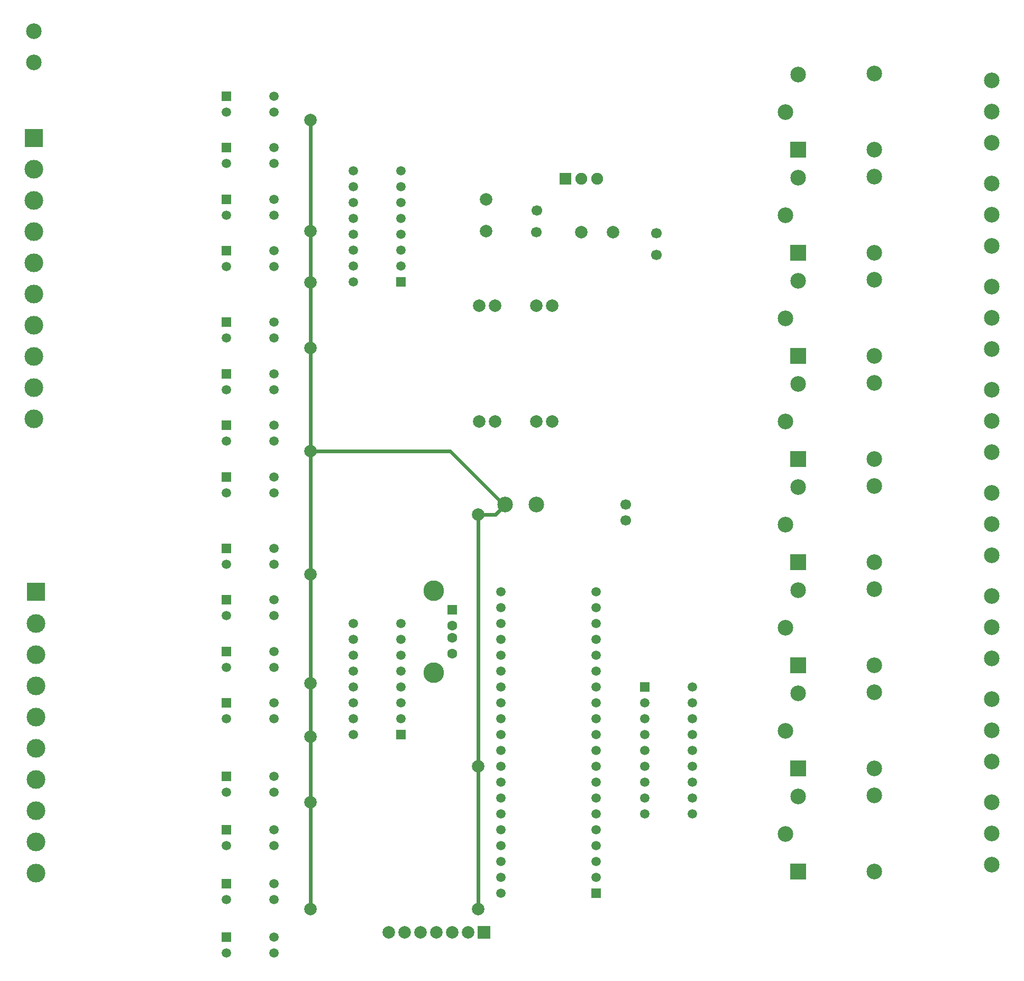
<source format=gbr>
G04 DipTrace 3.0.0.1*
G04 Âåðõíèé.gbr*
%MOIN*%
G04 #@! TF.FileFunction,Copper,L1,Top*
G04 #@! TF.Part,Single*
G04 #@! TA.AperFunction,Conductor*
%ADD14C,0.023622*%
G04 #@! TA.AperFunction,ComponentPad*
%ADD16C,0.07874*%
%ADD20C,0.066929*%
%ADD21C,0.098425*%
%ADD22R,0.062992X0.062992*%
%ADD23C,0.062992*%
%ADD24C,0.129921*%
%ADD25C,0.098425*%
%ADD26R,0.098425X0.098425*%
%ADD27C,0.07874*%
%ADD28R,0.059055X0.059055*%
%ADD29C,0.059055*%
%ADD31R,0.074803X0.074803*%
%ADD32C,0.074803*%
%ADD35C,0.066929*%
%ADD36C,0.059055*%
%ADD37R,0.11811X0.11811*%
%ADD38C,0.11811*%
%ADD39R,0.07874X0.07874*%
%FSLAX26Y26*%
G04*
G70*
G90*
G75*
G01*
G04 Top*
%LPD*%
X2294961Y843701D2*
D14*
Y1518701D1*
Y1931201D1*
Y2268701D1*
Y2956201D1*
Y3731201D1*
Y4381201D1*
Y4793701D1*
Y5818701D2*
Y5118701D1*
Y4793701D1*
Y3731201D2*
X3176201D1*
X3501201Y3406201D1*
X3523101D1*
Y3393701D1*
X3351201Y3331201D2*
Y1743701D1*
X3351181D1*
Y843701D1*
X3351201Y3331201D2*
X3460601D1*
X3523101Y3393701D1*
D20*
X3719951Y5112451D3*
X3720345Y5250148D3*
D16*
X3401201Y5118693D3*
Y5318693D3*
X4001193Y5112450D3*
X4201193D3*
D20*
X4476201Y4968701D3*
X4476594Y5106398D3*
D21*
X3719951Y3393701D3*
X3523101D3*
D22*
X3188701Y2731201D3*
D23*
Y2632776D3*
Y2554035D3*
Y2455610D3*
D24*
X3070591Y2852067D3*
Y2334744D3*
D25*
X5288701Y5868701D3*
D26*
X5367441Y5632480D3*
D25*
Y6104921D3*
X5847756Y6112795D3*
Y5632480D3*
X5288701Y5218701D3*
D26*
X5367441Y4982480D3*
D25*
Y5454921D3*
X5847756Y5462795D3*
Y4982480D3*
X5288701Y4568701D3*
D26*
X5367441Y4332480D3*
D25*
Y4804921D3*
X5847756Y4812795D3*
Y4332480D3*
X5288701Y3918701D3*
D26*
X5367441Y3682480D3*
D25*
Y4154921D3*
X5847756Y4162795D3*
Y3682480D3*
X5288701Y3268701D3*
D26*
X5367441Y3032480D3*
D25*
Y3504921D3*
X5847756Y3512795D3*
Y3032480D3*
X5288701Y2618701D3*
D26*
X5367441Y2382480D3*
D25*
Y2854921D3*
X5847756Y2862795D3*
Y2382480D3*
X5288701Y1968701D3*
D26*
X5367441Y1732480D3*
D25*
Y2204921D3*
X5847756Y2212795D3*
Y1732480D3*
X5288701Y1318701D3*
D26*
X5367441Y1082480D3*
D25*
Y1554921D3*
X5847756Y1562795D3*
Y1082480D3*
D27*
X3357451Y4649951D3*
X3457451D3*
X3717451D3*
X3817451D3*
Y3919951D3*
X3717451D3*
X3357451D3*
X3457451D3*
D28*
X4400777Y2244213D3*
D29*
Y2144213D3*
Y2044213D3*
Y1944213D3*
Y1844213D3*
Y1744213D3*
Y1644213D3*
Y1544213D3*
Y1444213D3*
X4700777D3*
Y1544213D3*
Y1644213D3*
Y1744213D3*
Y1844213D3*
Y1944213D3*
Y2044213D3*
Y2144213D3*
Y2244213D3*
D28*
X2863701Y4799951D3*
D29*
Y4899951D3*
Y4999951D3*
Y5099951D3*
Y5199951D3*
Y5299951D3*
Y5399951D3*
Y5499951D3*
X2563701D3*
Y5399951D3*
Y5299951D3*
Y5199951D3*
Y5099951D3*
Y4999951D3*
Y4899951D3*
Y4799951D3*
D28*
X2863701Y1943701D3*
D29*
Y2043701D3*
Y2143701D3*
Y2243701D3*
Y2343701D3*
Y2443701D3*
Y2543701D3*
Y2643701D3*
X2563701D3*
Y2543701D3*
Y2443701D3*
Y2343701D3*
Y2243701D3*
Y2143701D3*
Y2043701D3*
Y1943701D3*
D28*
X4094951Y943701D3*
D29*
Y1043701D3*
Y1143701D3*
Y1243701D3*
Y1343701D3*
Y1443701D3*
Y1543701D3*
Y1643701D3*
Y1743701D3*
Y1843701D3*
Y1943701D3*
Y2043701D3*
Y2143701D3*
Y2243701D3*
Y2343701D3*
Y2443701D3*
Y2543701D3*
Y2643701D3*
Y2743701D3*
Y2843701D3*
X3494951D3*
Y2743701D3*
Y2643701D3*
Y2543701D3*
Y2443701D3*
Y2343701D3*
Y2243701D3*
Y2143701D3*
Y2043701D3*
Y1943701D3*
Y1843701D3*
Y1743701D3*
Y1643701D3*
Y1543701D3*
Y1443701D3*
Y1343701D3*
Y1243701D3*
Y1143701D3*
Y1043701D3*
Y943701D3*
D31*
X3901201Y5449951D3*
D32*
X4001201D3*
X4101201D3*
D35*
X4282450Y3393690D3*
Y3293690D3*
D28*
X1763701Y5968701D3*
D36*
Y5868701D3*
X2063701D3*
Y5968701D3*
D28*
X1763701Y5643701D3*
D36*
Y5543701D3*
X2063701D3*
Y5643701D3*
D28*
X1763701Y5318701D3*
D36*
Y5218701D3*
X2063701D3*
Y5318701D3*
D28*
X1763701Y4993701D3*
D36*
Y4893701D3*
X2063701D3*
Y4993701D3*
D28*
X1763701Y4543701D3*
D36*
Y4443701D3*
X2063701D3*
Y4543701D3*
D28*
X1763701Y4218701D3*
D36*
Y4118701D3*
X2063701D3*
Y4218701D3*
D28*
X1763701Y3893701D3*
D36*
Y3793701D3*
X2063701D3*
Y3893701D3*
D28*
X1763701Y3568701D3*
D36*
Y3468701D3*
X2063701D3*
Y3568701D3*
D28*
X1763701Y3118701D3*
D36*
Y3018701D3*
X2063701D3*
Y3118701D3*
D28*
X1763701Y2793701D3*
D36*
Y2693701D3*
X2063701D3*
Y2793701D3*
D28*
X1763701Y2468701D3*
D36*
Y2368701D3*
X2063701D3*
Y2468701D3*
D28*
X1763701Y2143701D3*
D36*
Y2043701D3*
X2063701D3*
Y2143701D3*
D28*
X1763701Y1681201D3*
D36*
Y1581201D3*
X2063701D3*
Y1681201D3*
D28*
X1763701Y1343701D3*
D36*
Y1243701D3*
X2063701D3*
Y1343701D3*
D28*
X1763701Y1006201D3*
D36*
Y906201D3*
X2063701D3*
Y1006201D3*
D28*
X1763701Y668701D3*
D36*
Y568701D3*
X2063701D3*
Y668701D3*
D37*
X551181Y5706201D3*
D38*
Y5509350D3*
Y5312500D3*
Y5115650D3*
Y4918799D3*
Y4721949D3*
Y4525098D3*
Y4328248D3*
Y4131398D3*
Y3934547D3*
D37*
X563701Y2843701D3*
D38*
Y2646850D3*
Y2450000D3*
Y2253150D3*
Y2056299D3*
Y1859449D3*
Y1662598D3*
Y1465748D3*
Y1268898D3*
Y1072047D3*
D39*
X3388701Y699951D3*
D27*
X3288701D3*
X3188701D3*
X3088701D3*
X2988701D3*
X2888701D3*
X2788701D3*
D25*
X551181Y6181201D3*
Y6378051D3*
X6588701Y6068701D3*
X6588696Y5871865D3*
Y5675014D3*
X6588701Y5418701D3*
X6588696Y5221865D3*
Y5025014D3*
X6588701Y4768701D3*
X6588696Y4571865D3*
Y4375014D3*
X6588701Y4118701D3*
X6588696Y3921865D3*
Y3725014D3*
X6588701Y3468701D3*
X6588696Y3271865D3*
Y3075014D3*
X6588701Y2818701D3*
X6588696Y2621865D3*
Y2425014D3*
X6588701Y2168701D3*
X6588696Y1971865D3*
Y1775014D3*
X6588701Y1518701D3*
X6588696Y1321865D3*
Y1125014D3*
D16*
X2294961Y843701D3*
Y1518701D3*
Y1931201D3*
Y2268701D3*
Y2956201D3*
Y3731201D3*
Y4381201D3*
Y4793701D3*
Y5118701D3*
Y5818701D3*
X3351201Y3331201D3*
X3351181Y1743701D3*
Y843701D3*
M02*

</source>
